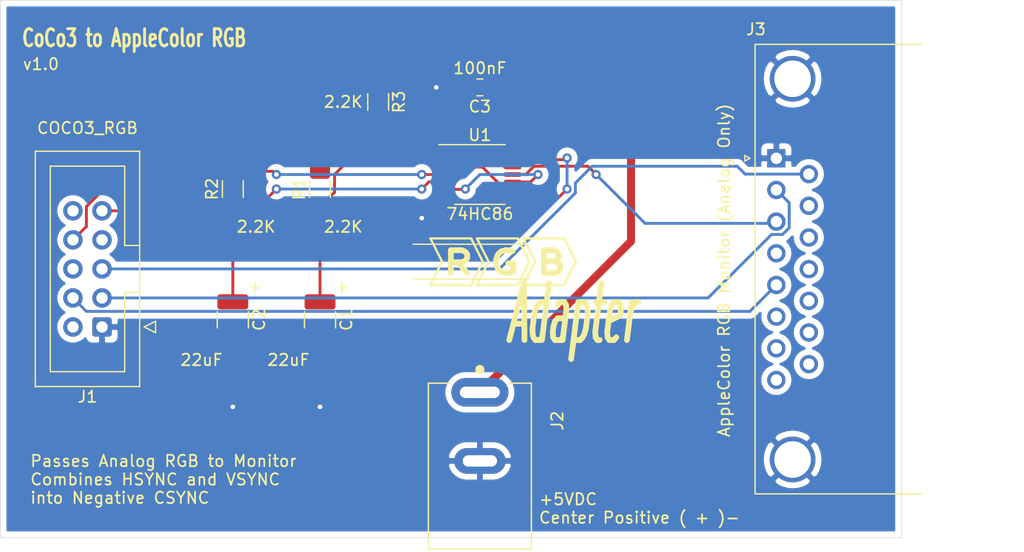
<source format=kicad_pcb>
(kicad_pcb (version 20171130) (host pcbnew "(5.1.10)-1")

  (general
    (thickness 1.6)
    (drawings 36)
    (tracks 107)
    (zones 0)
    (modules 10)
    (nets 29)
  )

  (page A4)
  (layers
    (0 F.Cu signal)
    (31 B.Cu signal)
    (33 F.Adhes user)
    (35 F.Paste user)
    (37 F.SilkS user)
    (38 B.Mask user)
    (39 F.Mask user)
    (40 Dwgs.User user)
    (41 Cmts.User user)
    (42 Eco1.User user)
    (43 Eco2.User user)
    (44 Edge.Cuts user)
    (45 Margin user)
    (46 B.CrtYd user)
    (47 F.CrtYd user)
    (49 F.Fab user)
  )

  (setup
    (last_trace_width 0.25)
    (trace_clearance 0.2)
    (zone_clearance 0.508)
    (zone_45_only no)
    (trace_min 0.2)
    (via_size 0.8)
    (via_drill 0.4)
    (via_min_size 0.4)
    (via_min_drill 0.3)
    (uvia_size 0.3)
    (uvia_drill 0.1)
    (uvias_allowed no)
    (uvia_min_size 0.2)
    (uvia_min_drill 0.1)
    (edge_width 0.05)
    (segment_width 0.2)
    (pcb_text_width 0.3)
    (pcb_text_size 1.5 1.5)
    (mod_edge_width 0.12)
    (mod_text_size 1 1)
    (mod_text_width 0.15)
    (pad_size 1.524 1.524)
    (pad_drill 0.762)
    (pad_to_mask_clearance 0)
    (aux_axis_origin 0 0)
    (visible_elements 7FFFFFFF)
    (pcbplotparams
      (layerselection 0x010e8_ffffffff)
      (usegerberextensions true)
      (usegerberattributes false)
      (usegerberadvancedattributes false)
      (creategerberjobfile false)
      (excludeedgelayer true)
      (linewidth 0.150000)
      (plotframeref false)
      (viasonmask false)
      (mode 1)
      (useauxorigin false)
      (hpglpennumber 1)
      (hpglpenspeed 20)
      (hpglpendiameter 15.000000)
      (psnegative false)
      (psa4output false)
      (plotreference true)
      (plotvalue true)
      (plotinvisibletext false)
      (padsonsilk false)
      (subtractmaskfromsilk false)
      (outputformat 1)
      (mirror false)
      (drillshape 0)
      (scaleselection 1)
      (outputdirectory "Outputs/"))
  )

  (net 0 "")
  (net 1 GND)
  (net 2 "Net-(C1-Pad1)")
  (net 3 "Net-(C2-Pad1)")
  (net 4 +5V)
  (net 5 HSYNC)
  (net 6 G)
  (net 7 VSYNC)
  (net 8 B)
  (net 9 R)
  (net 10 CSYNC)
  (net 11 "Net-(U1-Pad13)")
  (net 12 "Net-(R3-Pad2)")
  (net 13 "Net-(U1-Pad10)")
  (net 14 "Net-(U1-Pad3)")
  (net 15 "Net-(J1-Pad10)")
  (net 16 "Net-(J1-Pad6)")
  (net 17 "Net-(J1-Pad2)")
  (net 18 "Net-(J1-Pad7)")
  (net 19 "Net-(J3-Pad15)")
  (net 20 "Net-(J3-Pad14)")
  (net 21 "Net-(J3-Pad13)")
  (net 22 "Net-(J3-Pad12)")
  (net 23 "Net-(J3-Pad11)")
  (net 24 "Net-(J3-Pad10)")
  (net 25 "Net-(J3-Pad8)")
  (net 26 "Net-(J3-Pad7)")
  (net 27 "Net-(J3-Pad6)")
  (net 28 "Net-(J3-Pad4)")

  (net_class Default "This is the default net class."
    (clearance 0.2)
    (trace_width 0.25)
    (via_dia 0.8)
    (via_drill 0.4)
    (uvia_dia 0.3)
    (uvia_drill 0.1)
    (add_net B)
    (add_net CSYNC)
    (add_net G)
    (add_net HSYNC)
    (add_net "Net-(C1-Pad1)")
    (add_net "Net-(C2-Pad1)")
    (add_net "Net-(J1-Pad10)")
    (add_net "Net-(J1-Pad2)")
    (add_net "Net-(J1-Pad6)")
    (add_net "Net-(J1-Pad7)")
    (add_net "Net-(J3-Pad10)")
    (add_net "Net-(J3-Pad11)")
    (add_net "Net-(J3-Pad12)")
    (add_net "Net-(J3-Pad13)")
    (add_net "Net-(J3-Pad14)")
    (add_net "Net-(J3-Pad15)")
    (add_net "Net-(J3-Pad4)")
    (add_net "Net-(J3-Pad6)")
    (add_net "Net-(J3-Pad7)")
    (add_net "Net-(J3-Pad8)")
    (add_net "Net-(R3-Pad2)")
    (add_net "Net-(U1-Pad10)")
    (add_net "Net-(U1-Pad13)")
    (add_net "Net-(U1-Pad3)")
    (add_net R)
    (add_net VSYNC)
  )

  (net_class Power ""
    (clearance 0.2)
    (trace_width 0.7)
    (via_dia 0.8)
    (via_drill 0.4)
    (uvia_dia 0.3)
    (uvia_drill 0.1)
    (add_net +5V)
    (add_net GND)
  )

  (module Footprints:CUI_PJ-037A (layer F.Cu) (tedit 61279C86) (tstamp 61280F95)
    (at 87.63 113.03 270)
    (path /6127E805)
    (fp_text reference J2 (at 2.487267 -6.7712 90) (layer F.SilkS)
      (effects (font (size 1.000913 1.000913) (thickness 0.15)))
    )
    (fp_text value PJ-037A (at 6.302586 5.781935 90) (layer F.Fab)
      (effects (font (size 1.001205 1.001205) (thickness 0.15)))
    )
    (fp_line (start -0.8 -4.5) (end 13.7 -4.5) (layer F.Fab) (width 0.127))
    (fp_line (start 13.7 4.5) (end -0.8 4.5) (layer F.Fab) (width 0.127))
    (fp_line (start -0.8 4.5) (end -0.8 -4.5) (layer F.Fab) (width 0.127))
    (fp_line (start 13.7 -4.5) (end 13.7 4.5) (layer F.SilkS) (width 0.127))
    (fp_line (start 13.7 4.5) (end -0.8 4.5) (layer F.SilkS) (width 0.127))
    (fp_line (start -0.8 4.5) (end -0.8 2.65) (layer F.SilkS) (width 0.127))
    (fp_line (start -0.8 -4.5) (end 13.7 -4.5) (layer F.SilkS) (width 0.127))
    (fp_line (start -0.8 -2.55) (end -0.8 -4.5) (layer F.SilkS) (width 0.127))
    (fp_line (start -1.1 -4.75) (end 13.95 -4.75) (layer F.CrtYd) (width 0.05))
    (fp_line (start 13.95 -4.75) (end 13.95 4.75) (layer F.CrtYd) (width 0.05))
    (fp_line (start 13.95 4.75) (end -1.1 4.75) (layer F.CrtYd) (width 0.05))
    (fp_line (start -1.1 4.75) (end -1.1 2.35) (layer F.CrtYd) (width 0.05))
    (fp_circle (center -2 0) (end -1.8 0) (layer F.SilkS) (width 0.4))
    (fp_line (start -1.1 -2.25) (end -1.1 -4.75) (layer F.CrtYd) (width 0.05))
    (fp_line (start -1.1 -2.25) (end -1.55 -2.25) (layer F.CrtYd) (width 0.05))
    (fp_line (start -1.55 -2.25) (end -1.55 2.35) (layer F.CrtYd) (width 0.05))
    (fp_line (start -1.55 2.35) (end -1.1 2.35) (layer F.CrtYd) (width 0.05))
    (fp_line (start 13.7 -4.5) (end 13.7 4.5) (layer F.Fab) (width 0.127))
    (pad 2 thru_hole oval (at 6 0 270) (size 2.25 4.5) (drill oval 1 3) (layers *.Cu *.Mask)
      (net 1 GND))
    (pad 1 thru_hole oval (at 0 0 270) (size 2.5 5) (drill oval 1 3.5) (layers *.Cu *.Mask)
      (net 4 +5V))
  )

  (module Capacitor_SMD:C_1210_3225Metric_Pad1.33x2.70mm_HandSolder (layer F.Cu) (tedit 5F68FEEF) (tstamp 612702DB)
    (at 66.04 106.68 270)
    (descr "Capacitor SMD 1210 (3225 Metric), square (rectangular) end terminal, IPC_7351 nominal with elongated pad for handsoldering. (Body size source: IPC-SM-782 page 76, https://www.pcb-3d.com/wordpress/wp-content/uploads/ipc-sm-782a_amendment_1_and_2.pdf), generated with kicad-footprint-generator")
    (tags "capacitor handsolder")
    (path /61278188)
    (attr smd)
    (fp_text reference C2 (at 0 -2.3 90) (layer F.SilkS)
      (effects (font (size 1 1) (thickness 0.15)))
    )
    (fp_text value 22uF (at 3.52 2.74 180) (layer F.SilkS)
      (effects (font (size 1 1) (thickness 0.15)))
    )
    (fp_text user %R (at 0 0 90) (layer F.Fab)
      (effects (font (size 0.8 0.8) (thickness 0.12)))
    )
    (fp_line (start -1.6 1.25) (end -1.6 -1.25) (layer F.Fab) (width 0.1))
    (fp_line (start -1.6 -1.25) (end 1.6 -1.25) (layer F.Fab) (width 0.1))
    (fp_line (start 1.6 -1.25) (end 1.6 1.25) (layer F.Fab) (width 0.1))
    (fp_line (start 1.6 1.25) (end -1.6 1.25) (layer F.Fab) (width 0.1))
    (fp_line (start -0.711252 -1.36) (end 0.711252 -1.36) (layer F.SilkS) (width 0.12))
    (fp_line (start -0.711252 1.36) (end 0.711252 1.36) (layer F.SilkS) (width 0.12))
    (fp_line (start -2.48 1.6) (end -2.48 -1.6) (layer F.CrtYd) (width 0.05))
    (fp_line (start -2.48 -1.6) (end 2.48 -1.6) (layer F.CrtYd) (width 0.05))
    (fp_line (start 2.48 -1.6) (end 2.48 1.6) (layer F.CrtYd) (width 0.05))
    (fp_line (start 2.48 1.6) (end -2.48 1.6) (layer F.CrtYd) (width 0.05))
    (pad 2 smd roundrect (at 1.5625 0 270) (size 1.325 2.7) (layers F.Cu F.Paste F.Mask) (roundrect_rratio 0.1886784905660377)
      (net 1 GND))
    (pad 1 smd roundrect (at -1.5625 0 270) (size 1.325 2.7) (layers F.Cu F.Paste F.Mask) (roundrect_rratio 0.1886784905660377)
      (net 3 "Net-(C2-Pad1)"))
    (model ${KISYS3DMOD}/Capacitor_SMD.3dshapes/C_1210_3225Metric.wrl
      (at (xyz 0 0 0))
      (scale (xyz 1 1 1))
      (rotate (xyz 0 0 0))
    )
  )

  (module Capacitor_SMD:C_1210_3225Metric_Pad1.33x2.70mm_HandSolder (layer F.Cu) (tedit 5F68FEEF) (tstamp 612702C8)
    (at 73.66 106.68 270)
    (descr "Capacitor SMD 1210 (3225 Metric), square (rectangular) end terminal, IPC_7351 nominal with elongated pad for handsoldering. (Body size source: IPC-SM-782 page 76, https://www.pcb-3d.com/wordpress/wp-content/uploads/ipc-sm-782a_amendment_1_and_2.pdf), generated with kicad-footprint-generator")
    (tags "capacitor handsolder")
    (path /612778AB)
    (attr smd)
    (fp_text reference C1 (at 0 -2.3 90) (layer F.SilkS)
      (effects (font (size 1 1) (thickness 0.15)))
    )
    (fp_text value 22uF (at 3.52 2.76 180) (layer F.SilkS)
      (effects (font (size 1 1) (thickness 0.15)))
    )
    (fp_text user %R (at 0 0 90) (layer F.Fab)
      (effects (font (size 0.8 0.8) (thickness 0.12)))
    )
    (fp_line (start -1.6 1.25) (end -1.6 -1.25) (layer F.Fab) (width 0.1))
    (fp_line (start -1.6 -1.25) (end 1.6 -1.25) (layer F.Fab) (width 0.1))
    (fp_line (start 1.6 -1.25) (end 1.6 1.25) (layer F.Fab) (width 0.1))
    (fp_line (start 1.6 1.25) (end -1.6 1.25) (layer F.Fab) (width 0.1))
    (fp_line (start -0.711252 -1.36) (end 0.711252 -1.36) (layer F.SilkS) (width 0.12))
    (fp_line (start -0.711252 1.36) (end 0.711252 1.36) (layer F.SilkS) (width 0.12))
    (fp_line (start -2.48 1.6) (end -2.48 -1.6) (layer F.CrtYd) (width 0.05))
    (fp_line (start -2.48 -1.6) (end 2.48 -1.6) (layer F.CrtYd) (width 0.05))
    (fp_line (start 2.48 -1.6) (end 2.48 1.6) (layer F.CrtYd) (width 0.05))
    (fp_line (start 2.48 1.6) (end -2.48 1.6) (layer F.CrtYd) (width 0.05))
    (pad 2 smd roundrect (at 1.5625 0 270) (size 1.325 2.7) (layers F.Cu F.Paste F.Mask) (roundrect_rratio 0.1886784905660377)
      (net 1 GND))
    (pad 1 smd roundrect (at -1.5625 0 270) (size 1.325 2.7) (layers F.Cu F.Paste F.Mask) (roundrect_rratio 0.1886784905660377)
      (net 2 "Net-(C1-Pad1)"))
    (model ${KISYS3DMOD}/Capacitor_SMD.3dshapes/C_1210_3225Metric.wrl
      (at (xyz 0 0 0))
      (scale (xyz 1 1 1))
      (rotate (xyz 0 0 0))
    )
  )

  (module Resistor_SMD:R_1206_3216Metric_Pad1.30x1.75mm_HandSolder (layer F.Cu) (tedit 5F68FEEE) (tstamp 6127294B)
    (at 78.74 87.63 270)
    (descr "Resistor SMD 1206 (3216 Metric), square (rectangular) end terminal, IPC_7351 nominal with elongated pad for handsoldering. (Body size source: IPC-SM-782 page 72, https://www.pcb-3d.com/wordpress/wp-content/uploads/ipc-sm-782a_amendment_1_and_2.pdf), generated with kicad-footprint-generator")
    (tags "resistor handsolder")
    (path /6128553A)
    (attr smd)
    (fp_text reference R3 (at 0 -1.82 90) (layer F.SilkS)
      (effects (font (size 1 1) (thickness 0.15)))
    )
    (fp_text value 2.2K (at 0 3.048 180) (layer F.SilkS)
      (effects (font (size 1 1) (thickness 0.15)))
    )
    (fp_line (start 2.45 1.12) (end -2.45 1.12) (layer F.CrtYd) (width 0.05))
    (fp_line (start 2.45 -1.12) (end 2.45 1.12) (layer F.CrtYd) (width 0.05))
    (fp_line (start -2.45 -1.12) (end 2.45 -1.12) (layer F.CrtYd) (width 0.05))
    (fp_line (start -2.45 1.12) (end -2.45 -1.12) (layer F.CrtYd) (width 0.05))
    (fp_line (start -0.727064 0.91) (end 0.727064 0.91) (layer F.SilkS) (width 0.12))
    (fp_line (start -0.727064 -0.91) (end 0.727064 -0.91) (layer F.SilkS) (width 0.12))
    (fp_line (start 1.6 0.8) (end -1.6 0.8) (layer F.Fab) (width 0.1))
    (fp_line (start 1.6 -0.8) (end 1.6 0.8) (layer F.Fab) (width 0.1))
    (fp_line (start -1.6 -0.8) (end 1.6 -0.8) (layer F.Fab) (width 0.1))
    (fp_line (start -1.6 0.8) (end -1.6 -0.8) (layer F.Fab) (width 0.1))
    (fp_text user %R (at 0 0 90) (layer F.Fab)
      (effects (font (size 0.8 0.8) (thickness 0.12)))
    )
    (pad 2 smd roundrect (at 1.55 0 270) (size 1.3 1.75) (layers F.Cu F.Paste F.Mask) (roundrect_rratio 0.1923076923076923)
      (net 12 "Net-(R3-Pad2)"))
    (pad 1 smd roundrect (at -1.55 0 270) (size 1.3 1.75) (layers F.Cu F.Paste F.Mask) (roundrect_rratio 0.1923076923076923)
      (net 4 +5V))
    (model ${KISYS3DMOD}/Resistor_SMD.3dshapes/R_1206_3216Metric.wrl
      (at (xyz 0 0 0))
      (scale (xyz 1 1 1))
      (rotate (xyz 0 0 0))
    )
  )

  (module Package_SO:TSSOP-14_4.4x5mm_P0.65mm (layer F.Cu) (tedit 5E476F32) (tstamp 61271135)
    (at 87.63 93.98)
    (descr "TSSOP, 14 Pin (JEDEC MO-153 Var AB-1 https://www.jedec.org/document_search?search_api_views_fulltext=MO-153), generated with kicad-footprint-generator ipc_gullwing_generator.py")
    (tags "TSSOP SO")
    (path /61267ED6)
    (attr smd)
    (fp_text reference U1 (at 0 -3.45) (layer F.SilkS)
      (effects (font (size 1 1) (thickness 0.15)))
    )
    (fp_text value 74HC86 (at 0 3.45) (layer F.SilkS)
      (effects (font (size 1 1) (thickness 0.15)))
    )
    (fp_line (start 3.85 -2.75) (end -3.85 -2.75) (layer F.CrtYd) (width 0.05))
    (fp_line (start 3.85 2.75) (end 3.85 -2.75) (layer F.CrtYd) (width 0.05))
    (fp_line (start -3.85 2.75) (end 3.85 2.75) (layer F.CrtYd) (width 0.05))
    (fp_line (start -3.85 -2.75) (end -3.85 2.75) (layer F.CrtYd) (width 0.05))
    (fp_line (start -2.2 -1.5) (end -1.2 -2.5) (layer F.Fab) (width 0.1))
    (fp_line (start -2.2 2.5) (end -2.2 -1.5) (layer F.Fab) (width 0.1))
    (fp_line (start 2.2 2.5) (end -2.2 2.5) (layer F.Fab) (width 0.1))
    (fp_line (start 2.2 -2.5) (end 2.2 2.5) (layer F.Fab) (width 0.1))
    (fp_line (start -1.2 -2.5) (end 2.2 -2.5) (layer F.Fab) (width 0.1))
    (fp_line (start 0 -2.61) (end -3.6 -2.61) (layer F.SilkS) (width 0.12))
    (fp_line (start 0 -2.61) (end 2.2 -2.61) (layer F.SilkS) (width 0.12))
    (fp_line (start 0 2.61) (end -2.2 2.61) (layer F.SilkS) (width 0.12))
    (fp_line (start 0 2.61) (end 2.2 2.61) (layer F.SilkS) (width 0.12))
    (fp_text user %R (at -0.005001 -0.235001) (layer F.Fab)
      (effects (font (size 1 1) (thickness 0.15)))
    )
    (pad 14 smd roundrect (at 2.8625 -1.95) (size 1.475 0.4) (layers F.Cu F.Paste F.Mask) (roundrect_rratio 0.25)
      (net 4 +5V))
    (pad 13 smd roundrect (at 2.8625 -1.3) (size 1.475 0.4) (layers F.Cu F.Paste F.Mask) (roundrect_rratio 0.25)
      (net 11 "Net-(U1-Pad13)"))
    (pad 12 smd roundrect (at 2.8625 -0.65) (size 1.475 0.4) (layers F.Cu F.Paste F.Mask) (roundrect_rratio 0.25)
      (net 12 "Net-(R3-Pad2)"))
    (pad 11 smd roundrect (at 2.8625 0) (size 1.475 0.4) (layers F.Cu F.Paste F.Mask) (roundrect_rratio 0.25)
      (net 10 CSYNC))
    (pad 10 smd roundrect (at 2.8625 0.65) (size 1.475 0.4) (layers F.Cu F.Paste F.Mask) (roundrect_rratio 0.25)
      (net 13 "Net-(U1-Pad10)"))
    (pad 9 smd roundrect (at 2.8625 1.3) (size 1.475 0.4) (layers F.Cu F.Paste F.Mask) (roundrect_rratio 0.25)
      (net 14 "Net-(U1-Pad3)"))
    (pad 8 smd roundrect (at 2.8625 1.95) (size 1.475 0.4) (layers F.Cu F.Paste F.Mask) (roundrect_rratio 0.25)
      (net 11 "Net-(U1-Pad13)"))
    (pad 7 smd roundrect (at -2.8625 1.95) (size 1.475 0.4) (layers F.Cu F.Paste F.Mask) (roundrect_rratio 0.25)
      (net 1 GND))
    (pad 6 smd roundrect (at -2.8625 1.3) (size 1.475 0.4) (layers F.Cu F.Paste F.Mask) (roundrect_rratio 0.25)
      (net 13 "Net-(U1-Pad10)"))
    (pad 5 smd roundrect (at -2.8625 0.65) (size 1.475 0.4) (layers F.Cu F.Paste F.Mask) (roundrect_rratio 0.25)
      (net 3 "Net-(C2-Pad1)"))
    (pad 4 smd roundrect (at -2.8625 0) (size 1.475 0.4) (layers F.Cu F.Paste F.Mask) (roundrect_rratio 0.25)
      (net 7 VSYNC))
    (pad 3 smd roundrect (at -2.8625 -0.65) (size 1.475 0.4) (layers F.Cu F.Paste F.Mask) (roundrect_rratio 0.25)
      (net 14 "Net-(U1-Pad3)"))
    (pad 2 smd roundrect (at -2.8625 -1.3) (size 1.475 0.4) (layers F.Cu F.Paste F.Mask) (roundrect_rratio 0.25)
      (net 2 "Net-(C1-Pad1)"))
    (pad 1 smd roundrect (at -2.8625 -1.95) (size 1.475 0.4) (layers F.Cu F.Paste F.Mask) (roundrect_rratio 0.25)
      (net 5 HSYNC))
    (model ${KISYS3DMOD}/Package_SO.3dshapes/TSSOP-14_4.4x5mm_P0.65mm.wrl
      (at (xyz 0 0 0))
      (scale (xyz 1 1 1))
      (rotate (xyz 0 0 0))
    )
  )

  (module Resistor_SMD:R_1206_3216Metric_Pad1.30x1.75mm_HandSolder (layer F.Cu) (tedit 5F68FEEE) (tstamp 61270394)
    (at 66.04 95.25 90)
    (descr "Resistor SMD 1206 (3216 Metric), square (rectangular) end terminal, IPC_7351 nominal with elongated pad for handsoldering. (Body size source: IPC-SM-782 page 72, https://www.pcb-3d.com/wordpress/wp-content/uploads/ipc-sm-782a_amendment_1_and_2.pdf), generated with kicad-footprint-generator")
    (tags "resistor handsolder")
    (path /612713B4)
    (attr smd)
    (fp_text reference R2 (at 0 -1.82 90) (layer F.SilkS)
      (effects (font (size 1 1) (thickness 0.15)))
    )
    (fp_text value 2.2K (at -3.302 2.032 180) (layer F.SilkS)
      (effects (font (size 1 1) (thickness 0.15)))
    )
    (fp_line (start 2.45 1.12) (end -2.45 1.12) (layer F.CrtYd) (width 0.05))
    (fp_line (start 2.45 -1.12) (end 2.45 1.12) (layer F.CrtYd) (width 0.05))
    (fp_line (start -2.45 -1.12) (end 2.45 -1.12) (layer F.CrtYd) (width 0.05))
    (fp_line (start -2.45 1.12) (end -2.45 -1.12) (layer F.CrtYd) (width 0.05))
    (fp_line (start -0.727064 0.91) (end 0.727064 0.91) (layer F.SilkS) (width 0.12))
    (fp_line (start -0.727064 -0.91) (end 0.727064 -0.91) (layer F.SilkS) (width 0.12))
    (fp_line (start 1.6 0.8) (end -1.6 0.8) (layer F.Fab) (width 0.1))
    (fp_line (start 1.6 -0.8) (end 1.6 0.8) (layer F.Fab) (width 0.1))
    (fp_line (start -1.6 -0.8) (end 1.6 -0.8) (layer F.Fab) (width 0.1))
    (fp_line (start -1.6 0.8) (end -1.6 -0.8) (layer F.Fab) (width 0.1))
    (fp_text user %R (at 0 0 90) (layer F.Fab)
      (effects (font (size 0.8 0.8) (thickness 0.12)))
    )
    (pad 2 smd roundrect (at 1.55 0 90) (size 1.3 1.75) (layers F.Cu F.Paste F.Mask) (roundrect_rratio 0.1923076923076923)
      (net 7 VSYNC))
    (pad 1 smd roundrect (at -1.55 0 90) (size 1.3 1.75) (layers F.Cu F.Paste F.Mask) (roundrect_rratio 0.1923076923076923)
      (net 3 "Net-(C2-Pad1)"))
    (model ${KISYS3DMOD}/Resistor_SMD.3dshapes/R_1206_3216Metric.wrl
      (at (xyz 0 0 0))
      (scale (xyz 1 1 1))
      (rotate (xyz 0 0 0))
    )
  )

  (module Resistor_SMD:R_1206_3216Metric_Pad1.30x1.75mm_HandSolder (layer F.Cu) (tedit 5F68FEEE) (tstamp 61270383)
    (at 73.66 95.25 90)
    (descr "Resistor SMD 1206 (3216 Metric), square (rectangular) end terminal, IPC_7351 nominal with elongated pad for handsoldering. (Body size source: IPC-SM-782 page 72, https://www.pcb-3d.com/wordpress/wp-content/uploads/ipc-sm-782a_amendment_1_and_2.pdf), generated with kicad-footprint-generator")
    (tags "resistor handsolder")
    (path /61270CDF)
    (attr smd)
    (fp_text reference R1 (at 0 -1.82 90) (layer F.SilkS)
      (effects (font (size 1 1) (thickness 0.15)))
    )
    (fp_text value 2.2K (at -3.302 2.032 180) (layer F.SilkS)
      (effects (font (size 1 1) (thickness 0.15)))
    )
    (fp_line (start 2.45 1.12) (end -2.45 1.12) (layer F.CrtYd) (width 0.05))
    (fp_line (start 2.45 -1.12) (end 2.45 1.12) (layer F.CrtYd) (width 0.05))
    (fp_line (start -2.45 -1.12) (end 2.45 -1.12) (layer F.CrtYd) (width 0.05))
    (fp_line (start -2.45 1.12) (end -2.45 -1.12) (layer F.CrtYd) (width 0.05))
    (fp_line (start -0.727064 0.91) (end 0.727064 0.91) (layer F.SilkS) (width 0.12))
    (fp_line (start -0.727064 -0.91) (end 0.727064 -0.91) (layer F.SilkS) (width 0.12))
    (fp_line (start 1.6 0.8) (end -1.6 0.8) (layer F.Fab) (width 0.1))
    (fp_line (start 1.6 -0.8) (end 1.6 0.8) (layer F.Fab) (width 0.1))
    (fp_line (start -1.6 -0.8) (end 1.6 -0.8) (layer F.Fab) (width 0.1))
    (fp_line (start -1.6 0.8) (end -1.6 -0.8) (layer F.Fab) (width 0.1))
    (fp_text user %R (at 0 0 90) (layer F.Fab)
      (effects (font (size 0.8 0.8) (thickness 0.12)))
    )
    (pad 2 smd roundrect (at 1.55 0 90) (size 1.3 1.75) (layers F.Cu F.Paste F.Mask) (roundrect_rratio 0.1923076923076923)
      (net 5 HSYNC))
    (pad 1 smd roundrect (at -1.55 0 90) (size 1.3 1.75) (layers F.Cu F.Paste F.Mask) (roundrect_rratio 0.1923076923076923)
      (net 2 "Net-(C1-Pad1)"))
    (model ${KISYS3DMOD}/Resistor_SMD.3dshapes/R_1206_3216Metric.wrl
      (at (xyz 0 0 0))
      (scale (xyz 1 1 1))
      (rotate (xyz 0 0 0))
    )
  )

  (module Connector_Dsub:DSUB-15_Female_Horizontal_P2.77x2.84mm_EdgePinOffset9.90mm_Housed_MountingHolesOffset11.32mm (layer F.Cu) (tedit 59FEDEE2) (tstamp 6127922A)
    (at 113.538 92.56 90)
    (descr "15-pin D-Sub connector, horizontal/angled (90 deg), THT-mount, female, pitch 2.77x2.84mm, pin-PCB-offset 9.9mm, distance of mounting holes 33.3mm, distance of mounting holes to PCB edge 11.32mm, see https://disti-assets.s3.amazonaws.com/tonar/files/datasheets/16730.pdf")
    (tags "15-pin D-Sub connector horizontal angled 90deg THT female pitch 2.77x2.84mm pin-PCB-offset 9.9mm mounting-holes-distance 33.3mm mounting-hole-offset 33.3mm")
    (path /612722BC)
    (fp_text reference J3 (at 11.28 -1.778 180) (layer F.SilkS)
      (effects (font (size 1 1) (thickness 0.15)))
    )
    (fp_text value DB15_Female_MountingHoles (at -9.695 20.81 90) (layer F.Fab)
      (effects (font (size 1 1) (thickness 0.15)))
    )
    (fp_line (start 10.45 -2.35) (end -29.8 -2.35) (layer F.CrtYd) (width 0.05))
    (fp_line (start 10.45 19.85) (end 10.45 -2.35) (layer F.CrtYd) (width 0.05))
    (fp_line (start -29.8 19.85) (end 10.45 19.85) (layer F.CrtYd) (width 0.05))
    (fp_line (start -29.8 -2.35) (end -29.8 19.85) (layer F.CrtYd) (width 0.05))
    (fp_line (start 0 -2.321325) (end -0.25 -2.754338) (layer F.SilkS) (width 0.12))
    (fp_line (start 0.25 -2.754338) (end 0 -2.321325) (layer F.SilkS) (width 0.12))
    (fp_line (start -0.25 -2.754338) (end 0.25 -2.754338) (layer F.SilkS) (width 0.12))
    (fp_line (start 9.965 -1.86) (end 9.965 12.68) (layer F.SilkS) (width 0.12))
    (fp_line (start -29.355 -1.86) (end 9.965 -1.86) (layer F.SilkS) (width 0.12))
    (fp_line (start -29.355 12.68) (end -29.355 -1.86) (layer F.SilkS) (width 0.12))
    (fp_line (start 8.555 12.74) (end 8.555 1.42) (layer F.Fab) (width 0.1))
    (fp_line (start 5.355 12.74) (end 5.355 1.42) (layer F.Fab) (width 0.1))
    (fp_line (start -24.745 12.74) (end -24.745 1.42) (layer F.Fab) (width 0.1))
    (fp_line (start -27.945 12.74) (end -27.945 1.42) (layer F.Fab) (width 0.1))
    (fp_line (start 9.455 13.14) (end 4.455 13.14) (layer F.Fab) (width 0.1))
    (fp_line (start 9.455 18.14) (end 9.455 13.14) (layer F.Fab) (width 0.1))
    (fp_line (start 4.455 18.14) (end 9.455 18.14) (layer F.Fab) (width 0.1))
    (fp_line (start 4.455 13.14) (end 4.455 18.14) (layer F.Fab) (width 0.1))
    (fp_line (start -23.845 13.14) (end -28.845 13.14) (layer F.Fab) (width 0.1))
    (fp_line (start -23.845 18.14) (end -23.845 13.14) (layer F.Fab) (width 0.1))
    (fp_line (start -28.845 18.14) (end -23.845 18.14) (layer F.Fab) (width 0.1))
    (fp_line (start -28.845 13.14) (end -28.845 18.14) (layer F.Fab) (width 0.1))
    (fp_line (start 2.605 13.14) (end -21.995 13.14) (layer F.Fab) (width 0.1))
    (fp_line (start 2.605 19.31) (end 2.605 13.14) (layer F.Fab) (width 0.1))
    (fp_line (start -21.995 19.31) (end 2.605 19.31) (layer F.Fab) (width 0.1))
    (fp_line (start -21.995 13.14) (end -21.995 19.31) (layer F.Fab) (width 0.1))
    (fp_line (start 9.905 12.74) (end -29.295 12.74) (layer F.Fab) (width 0.1))
    (fp_line (start 9.905 13.14) (end 9.905 12.74) (layer F.Fab) (width 0.1))
    (fp_line (start -29.295 13.14) (end 9.905 13.14) (layer F.Fab) (width 0.1))
    (fp_line (start -29.295 12.74) (end -29.295 13.14) (layer F.Fab) (width 0.1))
    (fp_line (start 9.905 -1.8) (end -29.295 -1.8) (layer F.Fab) (width 0.1))
    (fp_line (start 9.905 12.74) (end 9.905 -1.8) (layer F.Fab) (width 0.1))
    (fp_line (start -29.295 12.74) (end 9.905 12.74) (layer F.Fab) (width 0.1))
    (fp_line (start -29.295 -1.8) (end -29.295 12.74) (layer F.Fab) (width 0.1))
    (fp_text user %R (at -9.695 16.225 90) (layer F.Fab)
      (effects (font (size 1 1) (thickness 0.15)))
    )
    (fp_arc (start 6.955 1.42) (end 5.355 1.42) (angle 180) (layer F.Fab) (width 0.1))
    (fp_arc (start -26.345 1.42) (end -27.945 1.42) (angle 180) (layer F.Fab) (width 0.1))
    (pad 0 thru_hole circle (at 6.955 1.42 90) (size 4 4) (drill 3.2) (layers *.Cu *.Mask)
      (net 1 GND))
    (pad 0 thru_hole circle (at -26.345 1.42 90) (size 4 4) (drill 3.2) (layers *.Cu *.Mask)
      (net 1 GND))
    (pad 15 thru_hole circle (at -18.005 2.84 90) (size 1.6 1.6) (drill 1) (layers *.Cu *.Mask)
      (net 19 "Net-(J3-Pad15)"))
    (pad 14 thru_hole circle (at -15.235 2.84 90) (size 1.6 1.6) (drill 1) (layers *.Cu *.Mask)
      (net 20 "Net-(J3-Pad14)"))
    (pad 13 thru_hole circle (at -12.465 2.84 90) (size 1.6 1.6) (drill 1) (layers *.Cu *.Mask)
      (net 21 "Net-(J3-Pad13)"))
    (pad 12 thru_hole circle (at -9.695 2.84 90) (size 1.6 1.6) (drill 1) (layers *.Cu *.Mask)
      (net 22 "Net-(J3-Pad12)"))
    (pad 11 thru_hole circle (at -6.925 2.84 90) (size 1.6 1.6) (drill 1) (layers *.Cu *.Mask)
      (net 23 "Net-(J3-Pad11)"))
    (pad 10 thru_hole circle (at -4.155 2.84 90) (size 1.6 1.6) (drill 1) (layers *.Cu *.Mask)
      (net 24 "Net-(J3-Pad10)"))
    (pad 9 thru_hole circle (at -1.385 2.84 90) (size 1.6 1.6) (drill 1) (layers *.Cu *.Mask)
      (net 8 B))
    (pad 8 thru_hole circle (at -19.39 0 90) (size 1.6 1.6) (drill 1) (layers *.Cu *.Mask)
      (net 25 "Net-(J3-Pad8)"))
    (pad 7 thru_hole circle (at -16.62 0 90) (size 1.6 1.6) (drill 1) (layers *.Cu *.Mask)
      (net 26 "Net-(J3-Pad7)"))
    (pad 6 thru_hole circle (at -13.85 0 90) (size 1.6 1.6) (drill 1) (layers *.Cu *.Mask)
      (net 27 "Net-(J3-Pad6)"))
    (pad 5 thru_hole circle (at -11.08 0 90) (size 1.6 1.6) (drill 1) (layers *.Cu *.Mask)
      (net 6 G))
    (pad 4 thru_hole circle (at -8.31 0 90) (size 1.6 1.6) (drill 1) (layers *.Cu *.Mask)
      (net 28 "Net-(J3-Pad4)"))
    (pad 3 thru_hole circle (at -5.54 0 90) (size 1.6 1.6) (drill 1) (layers *.Cu *.Mask)
      (net 10 CSYNC))
    (pad 2 thru_hole circle (at -2.77 0 90) (size 1.6 1.6) (drill 1) (layers *.Cu *.Mask)
      (net 9 R))
    (pad 1 thru_hole rect (at 0 0 90) (size 1.6 1.6) (drill 1) (layers *.Cu *.Mask)
      (net 1 GND))
    (model ${KISYS3DMOD}/Connector_Dsub.3dshapes/DSUB-15_Female_Horizontal_P2.77x2.84mm_EdgePinOffset9.90mm_Housed_MountingHolesOffset11.32mm.wrl
      (at (xyz 0 0 0))
      (scale (xyz 1 1 1))
      (rotate (xyz 0 0 0))
    )
  )

  (module Connector_IDC:IDC-Header_2x05_P2.54mm_Vertical (layer F.Cu) (tedit 5EAC9A07) (tstamp 6127031B)
    (at 54.61 107.315 180)
    (descr "Through hole IDC box header, 2x05, 2.54mm pitch, DIN 41651 / IEC 60603-13, double rows, https://docs.google.com/spreadsheets/d/16SsEcesNF15N3Lb4niX7dcUr-NY5_MFPQhobNuNppn4/edit#gid=0")
    (tags "Through hole vertical IDC box header THT 2x05 2.54mm double row")
    (path /6127440F)
    (fp_text reference J1 (at 1.27 -6.1) (layer F.SilkS)
      (effects (font (size 1 1) (thickness 0.15)))
    )
    (fp_text value COCO3_RGB (at 1.27 17.399) (layer F.SilkS)
      (effects (font (size 1 1) (thickness 0.15)))
    )
    (fp_line (start 6.22 -5.6) (end -3.68 -5.6) (layer F.CrtYd) (width 0.05))
    (fp_line (start 6.22 15.76) (end 6.22 -5.6) (layer F.CrtYd) (width 0.05))
    (fp_line (start -3.68 15.76) (end 6.22 15.76) (layer F.CrtYd) (width 0.05))
    (fp_line (start -3.68 -5.6) (end -3.68 15.76) (layer F.CrtYd) (width 0.05))
    (fp_line (start -4.68 0.5) (end -3.68 0) (layer F.SilkS) (width 0.12))
    (fp_line (start -4.68 -0.5) (end -4.68 0.5) (layer F.SilkS) (width 0.12))
    (fp_line (start -3.68 0) (end -4.68 -0.5) (layer F.SilkS) (width 0.12))
    (fp_line (start -1.98 7.13) (end -3.29 7.13) (layer F.SilkS) (width 0.12))
    (fp_line (start -1.98 7.13) (end -1.98 7.13) (layer F.SilkS) (width 0.12))
    (fp_line (start -1.98 14.07) (end -1.98 7.13) (layer F.SilkS) (width 0.12))
    (fp_line (start 4.52 14.07) (end -1.98 14.07) (layer F.SilkS) (width 0.12))
    (fp_line (start 4.52 -3.91) (end 4.52 14.07) (layer F.SilkS) (width 0.12))
    (fp_line (start -1.98 -3.91) (end 4.52 -3.91) (layer F.SilkS) (width 0.12))
    (fp_line (start -1.98 3.03) (end -1.98 -3.91) (layer F.SilkS) (width 0.12))
    (fp_line (start -3.29 3.03) (end -1.98 3.03) (layer F.SilkS) (width 0.12))
    (fp_line (start -3.29 15.37) (end -3.29 -5.21) (layer F.SilkS) (width 0.12))
    (fp_line (start 5.83 15.37) (end -3.29 15.37) (layer F.SilkS) (width 0.12))
    (fp_line (start 5.83 -5.21) (end 5.83 15.37) (layer F.SilkS) (width 0.12))
    (fp_line (start -3.29 -5.21) (end 5.83 -5.21) (layer F.SilkS) (width 0.12))
    (fp_line (start -1.98 7.13) (end -3.18 7.13) (layer F.Fab) (width 0.1))
    (fp_line (start -1.98 7.13) (end -1.98 7.13) (layer F.Fab) (width 0.1))
    (fp_line (start -1.98 14.07) (end -1.98 7.13) (layer F.Fab) (width 0.1))
    (fp_line (start 4.52 14.07) (end -1.98 14.07) (layer F.Fab) (width 0.1))
    (fp_line (start 4.52 -3.91) (end 4.52 14.07) (layer F.Fab) (width 0.1))
    (fp_line (start -1.98 -3.91) (end 4.52 -3.91) (layer F.Fab) (width 0.1))
    (fp_line (start -1.98 3.03) (end -1.98 -3.91) (layer F.Fab) (width 0.1))
    (fp_line (start -3.18 3.03) (end -1.98 3.03) (layer F.Fab) (width 0.1))
    (fp_line (start -3.18 15.26) (end -3.18 -4.1) (layer F.Fab) (width 0.1))
    (fp_line (start 5.72 15.26) (end -3.18 15.26) (layer F.Fab) (width 0.1))
    (fp_line (start 5.72 -5.1) (end 5.72 15.26) (layer F.Fab) (width 0.1))
    (fp_line (start -2.18 -5.1) (end 5.72 -5.1) (layer F.Fab) (width 0.1))
    (fp_line (start -3.18 -4.1) (end -2.18 -5.1) (layer F.Fab) (width 0.1))
    (fp_text user %R (at 1.27 5.08 90) (layer F.Fab)
      (effects (font (size 1 1) (thickness 0.15)))
    )
    (pad 10 thru_hole circle (at 2.54 10.16 180) (size 1.7 1.7) (drill 1) (layers *.Cu *.Mask)
      (net 15 "Net-(J1-Pad10)"))
    (pad 8 thru_hole circle (at 2.54 7.62 180) (size 1.7 1.7) (drill 1) (layers *.Cu *.Mask)
      (net 5 HSYNC))
    (pad 6 thru_hole circle (at 2.54 5.08 180) (size 1.7 1.7) (drill 1) (layers *.Cu *.Mask)
      (net 16 "Net-(J1-Pad6)"))
    (pad 4 thru_hole circle (at 2.54 2.54 180) (size 1.7 1.7) (drill 1) (layers *.Cu *.Mask)
      (net 6 G))
    (pad 2 thru_hole circle (at 2.54 0 180) (size 1.7 1.7) (drill 1) (layers *.Cu *.Mask)
      (net 17 "Net-(J1-Pad2)"))
    (pad 9 thru_hole circle (at 0 10.16 180) (size 1.7 1.7) (drill 1) (layers *.Cu *.Mask)
      (net 7 VSYNC))
    (pad 7 thru_hole circle (at 0 7.62 180) (size 1.7 1.7) (drill 1) (layers *.Cu *.Mask)
      (net 18 "Net-(J1-Pad7)"))
    (pad 5 thru_hole circle (at 0 5.08 180) (size 1.7 1.7) (drill 1) (layers *.Cu *.Mask)
      (net 8 B))
    (pad 3 thru_hole circle (at 0 2.54 180) (size 1.7 1.7) (drill 1) (layers *.Cu *.Mask)
      (net 9 R))
    (pad 1 thru_hole roundrect (at 0 0 180) (size 1.7 1.7) (drill 1) (layers *.Cu *.Mask) (roundrect_rratio 0.1470588235294118)
      (net 1 GND))
    (model ${KISYS3DMOD}/Connector_IDC.3dshapes/IDC-Header_2x05_P2.54mm_Vertical.wrl
      (at (xyz 0 0 0))
      (scale (xyz 1 1 1))
      (rotate (xyz 0 0 0))
    )
  )

  (module Capacitor_SMD:C_0805_2012Metric_Pad1.18x1.45mm_HandSolder (layer F.Cu) (tedit 5F68FEEF) (tstamp 612702EC)
    (at 87.63 86.36 180)
    (descr "Capacitor SMD 0805 (2012 Metric), square (rectangular) end terminal, IPC_7351 nominal with elongated pad for handsoldering. (Body size source: IPC-SM-782 page 76, https://www.pcb-3d.com/wordpress/wp-content/uploads/ipc-sm-782a_amendment_1_and_2.pdf, https://docs.google.com/spreadsheets/d/1BsfQQcO9C6DZCsRaXUlFlo91Tg2WpOkGARC1WS5S8t0/edit?usp=sharing), generated with kicad-footprint-generator")
    (tags "capacitor handsolder")
    (path /6127F56E)
    (attr smd)
    (fp_text reference C3 (at 0 -1.68) (layer F.SilkS)
      (effects (font (size 1 1) (thickness 0.15)))
    )
    (fp_text value 100nF (at 0 1.68) (layer F.SilkS)
      (effects (font (size 1 1) (thickness 0.15)))
    )
    (fp_line (start 1.88 0.98) (end -1.88 0.98) (layer F.CrtYd) (width 0.05))
    (fp_line (start 1.88 -0.98) (end 1.88 0.98) (layer F.CrtYd) (width 0.05))
    (fp_line (start -1.88 -0.98) (end 1.88 -0.98) (layer F.CrtYd) (width 0.05))
    (fp_line (start -1.88 0.98) (end -1.88 -0.98) (layer F.CrtYd) (width 0.05))
    (fp_line (start -0.261252 0.735) (end 0.261252 0.735) (layer F.SilkS) (width 0.12))
    (fp_line (start -0.261252 -0.735) (end 0.261252 -0.735) (layer F.SilkS) (width 0.12))
    (fp_line (start 1 0.625) (end -1 0.625) (layer F.Fab) (width 0.1))
    (fp_line (start 1 -0.625) (end 1 0.625) (layer F.Fab) (width 0.1))
    (fp_line (start -1 -0.625) (end 1 -0.625) (layer F.Fab) (width 0.1))
    (fp_line (start -1 0.625) (end -1 -0.625) (layer F.Fab) (width 0.1))
    (fp_text user %R (at 0 0) (layer F.Fab)
      (effects (font (size 0.5 0.5) (thickness 0.08)))
    )
    (pad 2 smd roundrect (at 1.0375 0 180) (size 1.175 1.45) (layers F.Cu F.Paste F.Mask) (roundrect_rratio 0.2127659574468085)
      (net 1 GND))
    (pad 1 smd roundrect (at -1.0375 0 180) (size 1.175 1.45) (layers F.Cu F.Paste F.Mask) (roundrect_rratio 0.2127659574468085)
      (net 4 +5V))
    (model ${KISYS3DMOD}/Capacitor_SMD.3dshapes/C_0805_2012Metric.wrl
      (at (xyz 0 0 0))
      (scale (xyz 1 1 1))
      (rotate (xyz 0 0 0))
    )
  )

  (gr_line (start 91.948 103.124) (end 81.788 103.124) (layer F.SilkS) (width 0.12))
  (gr_line (start 91.948 100.076) (end 81.788 100.076) (layer F.SilkS) (width 0.12))
  (gr_text Adapter (at 101.6 106.172) (layer F.SilkS)
    (effects (font (size 5 2) (thickness 0.5) italic) (justify right))
  )
  (gr_text B (at 93.88 101.7) (layer F.SilkS)
    (effects (font (size 2 2.5) (thickness 0.5)))
  )
  (gr_text G (at 89.816 101.7) (layer F.SilkS)
    (effects (font (size 2 2.5) (thickness 0.5)))
  )
  (gr_text R (at 85.752 101.7) (layer F.SilkS) (tstamp 612812E0)
    (effects (font (size 2 2.5) (thickness 0.5)))
  )
  (gr_line (start 94.996 103.632) (end 91.44 103.632) (layer F.SilkS) (width 0.2) (tstamp 612812DB))
  (gr_line (start 96.012 101.6) (end 94.996 103.632) (layer F.SilkS) (width 0.2))
  (gr_line (start 94.996 99.568) (end 96.012 101.6) (layer F.SilkS) (width 0.2))
  (gr_line (start 94.488 99.568) (end 94.996 99.568) (layer F.SilkS) (width 0.2))
  (gr_line (start 91.44 99.568) (end 94.488 99.568) (layer F.SilkS) (width 0.2))
  (gr_line (start 92.456 101.6) (end 91.44 99.568) (layer F.SilkS) (width 0.2))
  (gr_line (start 91.44 103.632) (end 92.456 101.6) (layer F.SilkS) (width 0.2))
  (gr_line (start 90.932 99.568) (end 87.376 99.568) (layer F.SilkS) (width 0.2) (tstamp 612812DA))
  (gr_line (start 91.948 101.6) (end 90.932 99.568) (layer F.SilkS) (width 0.2))
  (gr_line (start 90.932 103.632) (end 91.948 101.6) (layer F.SilkS) (width 0.2))
  (gr_line (start 87.376 103.632) (end 90.932 103.632) (layer F.SilkS) (width 0.2))
  (gr_line (start 88.392 101.6) (end 87.376 103.632) (layer F.SilkS) (width 0.2))
  (gr_line (start 87.376 99.568) (end 88.392 101.6) (layer F.SilkS) (width 0.2))
  (gr_line (start 84.328 101.6) (end 83.312 99.568) (layer F.SilkS) (width 0.2) (tstamp 612812D9))
  (gr_line (start 83.312 103.632) (end 84.328 101.6) (layer F.SilkS) (width 0.2))
  (gr_line (start 86.868 103.632) (end 83.312 103.632) (layer F.SilkS) (width 0.2))
  (gr_line (start 87.884 101.6) (end 86.868 103.632) (layer F.SilkS) (width 0.2))
  (gr_line (start 86.868 99.568) (end 87.884 101.6) (layer F.SilkS) (width 0.2))
  (gr_line (start 83.312 99.568) (end 86.868 99.568) (layer F.SilkS) (width 0.2))
  (gr_text "AppleColor RGB Monitor (Analog Only)" (at 108.966 102.362 90) (layer F.SilkS)
    (effects (font (size 1 1) (thickness 0.15)))
  )
  (gr_text "+5VDC\nCenter Positive ( + )-" (at 92.71 123.19) (layer F.SilkS) (tstamp 61281171)
    (effects (font (size 1 1) (thickness 0.15)) (justify left))
  )
  (gr_text "Passes Analog RGB to Monitor\nCombines HSYNC and VSYNC\ninto Negative CSYNC" (at 48.26 120.65) (layer F.SilkS)
    (effects (font (size 1 1) (thickness 0.15)) (justify left))
  )
  (gr_text + (at 75.6 103.8) (layer F.SilkS)
    (effects (font (size 1 1) (thickness 0.15)))
  )
  (gr_text + (at 68 103.8) (layer F.SilkS)
    (effects (font (size 1 1) (thickness 0.15)))
  )
  (gr_text v1.0 (at 49.276 84.328) (layer F.SilkS)
    (effects (font (size 1 1) (thickness 0.15)))
  )
  (gr_text "CoCo3 to AppleColor RGB" (at 47.498 82.042) (layer F.SilkS) (tstamp 61279A2C)
    (effects (font (size 1.5 1) (thickness 0.25)) (justify left))
  )
  (gr_line (start 124.46 125.73) (end 124.46 78.74) (layer Edge.Cuts) (width 0.05) (tstamp 61271973))
  (gr_line (start 45.72 125.73) (end 124.46 125.73) (layer Edge.Cuts) (width 0.05))
  (gr_line (start 45.72 78.74) (end 45.72 125.73) (layer Edge.Cuts) (width 0.05))
  (gr_line (start 124.46 78.74) (end 45.72 78.74) (layer Edge.Cuts) (width 0.05))

  (via (at 83.82 86.36) (size 0.8) (drill 0.4) (layers F.Cu B.Cu) (net 1))
  (via (at 82.55 97.79) (size 0.8) (drill 0.4) (layers F.Cu B.Cu) (net 1))
  (segment (start 84.41 95.93) (end 82.55 97.79) (width 0.5) (layer F.Cu) (net 1))
  (segment (start 84.7675 95.93) (end 84.41 95.93) (width 0.5) (layer F.Cu) (net 1))
  (via (at 66.04 114.3) (size 0.8) (drill 0.4) (layers F.Cu B.Cu) (net 1))
  (segment (start 66.04 109.5425) (end 66.04 114.3) (width 0.5) (layer F.Cu) (net 1))
  (via (at 73.66 114.3) (size 0.8) (drill 0.4) (layers F.Cu B.Cu) (net 1))
  (segment (start 73.66 109.5425) (end 73.66 114.3) (width 0.5) (layer F.Cu) (net 1))
  (segment (start 86.5925 86.36) (end 83.82 86.36) (width 0.7) (layer F.Cu) (net 1))
  (segment (start 66.04 109.5425) (end 66.04 108.2425) (width 0.7) (layer F.Cu) (net 1))
  (segment (start 66.04 108.2425) (end 66.04 114.3) (width 0.7) (layer F.Cu) (net 1))
  (segment (start 73.66 108.2425) (end 73.66 114.3) (width 0.7) (layer F.Cu) (net 1))
  (segment (start 73.66 96.8) (end 73.66 103.8175) (width 0.25) (layer F.Cu) (net 2))
  (segment (start 73.66 96.8) (end 74.93 95.53) (width 0.25) (layer F.Cu) (net 2))
  (segment (start 74.93 95.53) (end 74.93 93.98) (width 0.25) (layer F.Cu) (net 2))
  (segment (start 76.23 92.68) (end 84.7675 92.68) (width 0.25) (layer F.Cu) (net 2))
  (segment (start 74.93 93.98) (end 76.23 92.68) (width 0.25) (layer F.Cu) (net 2))
  (segment (start 73.66 103.8175) (end 73.66 105.1175) (width 0.25) (layer F.Cu) (net 2))
  (segment (start 66.04 96.8) (end 66.04 103.8175) (width 0.25) (layer F.Cu) (net 3))
  (segment (start 66.04 96.8) (end 68.3 96.8) (width 0.25) (layer F.Cu) (net 3))
  (segment (start 68.3 96.8) (end 69.85 95.25) (width 0.25) (layer F.Cu) (net 3))
  (via (at 69.85 95.25) (size 0.8) (drill 0.4) (layers F.Cu B.Cu) (net 3))
  (via (at 69.85 95.25) (size 0.8) (drill 0.4) (layers F.Cu B.Cu) (net 3))
  (segment (start 69.85 95.25) (end 82.55 95.25) (width 0.25) (layer B.Cu) (net 3))
  (via (at 82.55 95.25) (size 0.8) (drill 0.4) (layers F.Cu B.Cu) (net 3))
  (segment (start 83.17 94.63) (end 84.7675 94.63) (width 0.25) (layer F.Cu) (net 3))
  (segment (start 82.55 95.25) (end 83.17 94.63) (width 0.25) (layer F.Cu) (net 3))
  (segment (start 66.04 103.8175) (end 66.04 105.1175) (width 0.25) (layer F.Cu) (net 3))
  (segment (start 88.6675 90.10499) (end 90.4925 91.92999) (width 0.7) (layer F.Cu) (net 4))
  (segment (start 88.6675 86.36) (end 88.6675 90.10499) (width 0.7) (layer F.Cu) (net 4))
  (segment (start 99.06 86.36) (end 88.6675 86.36) (width 0.7) (layer F.Cu) (net 4))
  (segment (start 78.74 86.08) (end 78.74 84.328) (width 0.7) (layer F.Cu) (net 4))
  (segment (start 78.74 84.328) (end 81.026 82.042) (width 0.7) (layer F.Cu) (net 4))
  (segment (start 94.742 82.042) (end 99.06 86.36) (width 0.7) (layer F.Cu) (net 4))
  (segment (start 81.026 82.042) (end 94.742 82.042) (width 0.7) (layer F.Cu) (net 4))
  (segment (start 100.838 99.822) (end 87.63 113.03) (width 0.7) (layer F.Cu) (net 4))
  (segment (start 100.838 88.138) (end 100.838 99.822) (width 0.7) (layer F.Cu) (net 4))
  (segment (start 99.06 86.36) (end 100.838 88.138) (width 0.7) (layer F.Cu) (net 4))
  (segment (start 59.69 92.71) (end 62.23 90.17) (width 0.25) (layer F.Cu) (net 5))
  (segment (start 70.13 90.17) (end 73.66 93.7) (width 0.25) (layer F.Cu) (net 5))
  (segment (start 62.23 90.17) (end 70.13 90.17) (width 0.25) (layer F.Cu) (net 5))
  (segment (start 73.66 93.7) (end 73.66 92.71) (width 0.25) (layer F.Cu) (net 5))
  (segment (start 74.34 92.03) (end 84.7675 92.03) (width 0.25) (layer F.Cu) (net 5))
  (segment (start 73.66 92.71) (end 74.34 92.03) (width 0.25) (layer F.Cu) (net 5))
  (segment (start 53.245001 96.780997) (end 57.315998 92.71) (width 0.25) (layer F.Cu) (net 5))
  (segment (start 53.245001 98.519999) (end 53.245001 96.780997) (width 0.25) (layer F.Cu) (net 5))
  (segment (start 57.315998 92.71) (end 59.69 92.71) (width 0.25) (layer F.Cu) (net 5))
  (segment (start 52.07 99.695) (end 53.245001 98.519999) (width 0.25) (layer F.Cu) (net 5))
  (segment (start 111.227999 105.950001) (end 113.538 103.64) (width 0.25) (layer B.Cu) (net 6))
  (segment (start 53.245001 105.950001) (end 111.227999 105.950001) (width 0.25) (layer B.Cu) (net 6))
  (segment (start 52.07 104.775) (end 53.245001 105.950001) (width 0.25) (layer B.Cu) (net 6))
  (segment (start 61.24 93.7) (end 66.04 93.7) (width 0.25) (layer F.Cu) (net 7))
  (segment (start 66.04 93.7) (end 69.57 93.7) (width 0.25) (layer F.Cu) (net 7))
  (via (at 69.85 93.98) (size 0.8) (drill 0.4) (layers F.Cu B.Cu) (net 7))
  (segment (start 69.57 93.7) (end 69.85 93.98) (width 0.25) (layer F.Cu) (net 7))
  (segment (start 69.85 93.98) (end 82.55 93.98) (width 0.25) (layer B.Cu) (net 7))
  (via (at 82.55 93.98) (size 0.8) (drill 0.4) (layers F.Cu B.Cu) (net 7))
  (via (at 82.55 93.98) (size 0.8) (drill 0.4) (layers F.Cu B.Cu) (net 7))
  (segment (start 82.55 93.98) (end 84.7675 93.98) (width 0.25) (layer F.Cu) (net 7))
  (segment (start 57.785 97.155) (end 61.24 93.7) (width 0.25) (layer F.Cu) (net 7))
  (segment (start 54.61 97.155) (end 57.785 97.155) (width 0.25) (layer F.Cu) (net 7))
  (segment (start 97.441999 93.254999) (end 110.119997 93.254999) (width 0.25) (layer B.Cu) (net 8))
  (segment (start 95.975001 94.721997) (end 97.441999 93.254999) (width 0.25) (layer B.Cu) (net 8))
  (segment (start 95.975001 95.598001) (end 95.975001 94.721997) (width 0.25) (layer B.Cu) (net 8))
  (segment (start 110.809998 93.945) (end 110.119997 93.254999) (width 0.25) (layer B.Cu) (net 8))
  (segment (start 116.378 93.945) (end 110.809998 93.945) (width 0.25) (layer B.Cu) (net 8))
  (segment (start 89.338002 102.235) (end 90.198501 101.374501) (width 0.25) (layer B.Cu) (net 8))
  (segment (start 54.61 102.235) (end 89.338002 102.235) (width 0.25) (layer B.Cu) (net 8))
  (segment (start 90.198501 101.374501) (end 95.975001 95.598001) (width 0.25) (layer B.Cu) (net 8))
  (segment (start 89.973002 101.6) (end 90.198501 101.374501) (width 0.25) (layer B.Cu) (net 8))
  (segment (start 114.663001 96.455001) (end 113.538 95.33) (width 0.25) (layer B.Cu) (net 9))
  (segment (start 114.663001 98.640001) (end 114.663001 96.455001) (width 0.25) (layer B.Cu) (net 9))
  (segment (start 114.078001 99.225001) (end 114.663001 98.640001) (width 0.25) (layer B.Cu) (net 9))
  (segment (start 113.118999 99.225001) (end 114.078001 99.225001) (width 0.25) (layer B.Cu) (net 9))
  (segment (start 107.569 104.775) (end 108.331 104.013) (width 0.25) (layer B.Cu) (net 9))
  (segment (start 108.331 104.013) (end 113.118999 99.225001) (width 0.25) (layer B.Cu) (net 9))
  (segment (start 54.61 104.775) (end 107.569 104.775) (width 0.25) (layer B.Cu) (net 9))
  (segment (start 108.204 104.14) (end 108.331 104.013) (width 0.25) (layer B.Cu) (net 9))
  (segment (start 91.636998 93.98) (end 92.361999 93.254999) (width 0.25) (layer F.Cu) (net 10))
  (segment (start 90.4925 93.98) (end 91.636998 93.98) (width 0.25) (layer F.Cu) (net 10))
  (via (at 97.79 93.98) (size 0.8) (drill 0.4) (layers F.Cu B.Cu) (net 10))
  (segment (start 97.064999 93.254999) (end 97.79 93.98) (width 0.25) (layer F.Cu) (net 10))
  (segment (start 92.361999 93.254999) (end 97.064999 93.254999) (width 0.25) (layer F.Cu) (net 10))
  (segment (start 97.79 93.98) (end 102.06 98.25) (width 0.25) (layer B.Cu) (net 10))
  (segment (start 113.388 98.25) (end 113.538 98.1) (width 0.25) (layer B.Cu) (net 10))
  (segment (start 102.06 98.25) (end 113.388 98.25) (width 0.25) (layer B.Cu) (net 10))
  (via (at 95.25 95.25) (size 0.8) (drill 0.4) (layers F.Cu B.Cu) (net 11))
  (segment (start 94.57 95.93) (end 95.25 95.25) (width 0.25) (layer F.Cu) (net 11))
  (segment (start 90.4925 95.93) (end 94.57 95.93) (width 0.25) (layer F.Cu) (net 11))
  (via (at 95.25 92.529999) (size 0.8) (drill 0.4) (layers F.Cu B.Cu) (net 11))
  (segment (start 95.25 95.25) (end 95.25 92.529999) (width 0.25) (layer B.Cu) (net 11))
  (segment (start 95.099999 92.68) (end 90.4925 92.68) (width 0.25) (layer F.Cu) (net 11))
  (segment (start 95.25 92.529999) (end 95.099999 92.68) (width 0.25) (layer F.Cu) (net 11))
  (segment (start 89.803942 93.33) (end 90.4925 93.33) (width 0.25) (layer F.Cu) (net 12))
  (segment (start 85.653942 89.18) (end 89.803942 93.33) (width 0.25) (layer F.Cu) (net 12))
  (segment (start 78.74 89.18) (end 85.653942 89.18) (width 0.25) (layer F.Cu) (net 12))
  (via (at 86.36 95.25) (size 0.8) (drill 0.4) (layers F.Cu B.Cu) (net 13))
  (segment (start 86.33 95.28) (end 86.36 95.25) (width 0.25) (layer F.Cu) (net 13))
  (segment (start 84.7675 95.28) (end 86.33 95.28) (width 0.25) (layer F.Cu) (net 13))
  (segment (start 86.36 95.25) (end 87.63 93.98) (width 0.25) (layer B.Cu) (net 13))
  (via (at 92.71 93.98) (size 0.8) (drill 0.4) (layers F.Cu B.Cu) (net 13))
  (segment (start 87.63 93.98) (end 92.71 93.98) (width 0.25) (layer B.Cu) (net 13))
  (segment (start 92.06 94.63) (end 90.4925 94.63) (width 0.25) (layer F.Cu) (net 13))
  (segment (start 92.71 93.98) (end 92.06 94.63) (width 0.25) (layer F.Cu) (net 13))
  (segment (start 89.803942 95.28) (end 90.4925 95.28) (width 0.25) (layer F.Cu) (net 14))
  (segment (start 87.853942 93.33) (end 89.803942 95.28) (width 0.25) (layer F.Cu) (net 14))
  (segment (start 84.7675 93.33) (end 87.853942 93.33) (width 0.25) (layer F.Cu) (net 14))

  (zone (net 1) (net_name GND) (layer B.Cu) (tstamp 61299512) (hatch edge 0.508)
    (connect_pads (clearance 0.508))
    (min_thickness 0.254)
    (fill yes (arc_segments 32) (thermal_gap 0.508) (thermal_bridge_width 0.508))
    (polygon
      (pts
        (xy 124.46 125.73) (xy 45.72 125.73) (xy 45.72 78.74) (xy 124.46 78.74)
      )
    )
    (filled_polygon
      (pts
        (xy 123.8 125.07) (xy 46.38 125.07) (xy 46.38 119.430043) (xy 84.791067 119.430043) (xy 84.830371 119.58619)
        (xy 84.971056 119.902207) (xy 85.170689 120.184705) (xy 85.421599 120.422829) (xy 85.714144 120.607427) (xy 86.037081 120.731406)
        (xy 86.378 120.79) (xy 87.503 120.79) (xy 87.503 119.157) (xy 87.757 119.157) (xy 87.757 120.79)
        (xy 88.882 120.79) (xy 89.100193 120.752499) (xy 113.290106 120.752499) (xy 113.506228 121.119258) (xy 113.966105 121.359938)
        (xy 114.464098 121.506275) (xy 114.981071 121.552648) (xy 115.497159 121.497273) (xy 115.992526 121.342279) (xy 116.409772 121.119258)
        (xy 116.625894 120.752499) (xy 114.958 119.084605) (xy 113.290106 120.752499) (xy 89.100193 120.752499) (xy 89.222919 120.731406)
        (xy 89.545856 120.607427) (xy 89.838401 120.422829) (xy 90.089311 120.184705) (xy 90.288944 119.902207) (xy 90.429629 119.58619)
        (xy 90.468933 119.430043) (xy 90.351206 119.157) (xy 87.757 119.157) (xy 87.503 119.157) (xy 84.908794 119.157)
        (xy 84.791067 119.430043) (xy 46.38 119.430043) (xy 46.38 118.928071) (xy 112.310352 118.928071) (xy 112.365727 119.444159)
        (xy 112.520721 119.939526) (xy 112.743742 120.356772) (xy 113.110501 120.572894) (xy 114.778395 118.905) (xy 115.137605 118.905)
        (xy 116.805499 120.572894) (xy 117.172258 120.356772) (xy 117.412938 119.896895) (xy 117.559275 119.398902) (xy 117.605648 118.881929)
        (xy 117.550273 118.365841) (xy 117.395279 117.870474) (xy 117.172258 117.453228) (xy 116.805499 117.237106) (xy 115.137605 118.905)
        (xy 114.778395 118.905) (xy 113.110501 117.237106) (xy 112.743742 117.453228) (xy 112.503062 117.913105) (xy 112.356725 118.411098)
        (xy 112.310352 118.928071) (xy 46.38 118.928071) (xy 46.38 118.629957) (xy 84.791067 118.629957) (xy 84.908794 118.903)
        (xy 87.503 118.903) (xy 87.503 117.27) (xy 87.757 117.27) (xy 87.757 118.903) (xy 90.351206 118.903)
        (xy 90.468933 118.629957) (xy 90.429629 118.47381) (xy 90.288944 118.157793) (xy 90.089311 117.875295) (xy 89.838401 117.637171)
        (xy 89.545856 117.452573) (xy 89.222919 117.328594) (xy 88.882 117.27) (xy 87.757 117.27) (xy 87.503 117.27)
        (xy 86.378 117.27) (xy 86.037081 117.328594) (xy 85.714144 117.452573) (xy 85.421599 117.637171) (xy 85.170689 117.875295)
        (xy 84.971056 118.157793) (xy 84.830371 118.47381) (xy 84.791067 118.629957) (xy 46.38 118.629957) (xy 46.38 117.057501)
        (xy 113.290106 117.057501) (xy 114.958 118.725395) (xy 116.625894 117.057501) (xy 116.409772 116.690742) (xy 115.949895 116.450062)
        (xy 115.451902 116.303725) (xy 114.934929 116.257352) (xy 114.418841 116.312727) (xy 113.923474 116.467721) (xy 113.506228 116.690742)
        (xy 113.290106 117.057501) (xy 46.38 117.057501) (xy 46.38 113.03) (xy 84.48588 113.03) (xy 84.522275 113.399524)
        (xy 84.630061 113.754848) (xy 84.805097 114.082317) (xy 85.040655 114.369345) (xy 85.327683 114.604903) (xy 85.655152 114.779939)
        (xy 86.010476 114.887725) (xy 86.287403 114.915) (xy 88.972597 114.915) (xy 89.249524 114.887725) (xy 89.604848 114.779939)
        (xy 89.932317 114.604903) (xy 90.219345 114.369345) (xy 90.454903 114.082317) (xy 90.629939 113.754848) (xy 90.737725 113.399524)
        (xy 90.77412 113.03) (xy 90.737725 112.660476) (xy 90.629939 112.305152) (xy 90.454903 111.977683) (xy 90.219345 111.690655)
        (xy 89.932317 111.455097) (xy 89.604848 111.280061) (xy 89.249524 111.172275) (xy 88.972597 111.145) (xy 86.287403 111.145)
        (xy 86.010476 111.172275) (xy 85.655152 111.280061) (xy 85.327683 111.455097) (xy 85.040655 111.690655) (xy 84.805097 111.977683)
        (xy 84.630061 112.305152) (xy 84.522275 112.660476) (xy 84.48588 113.03) (xy 46.38 113.03) (xy 46.38 97.00874)
        (xy 50.585 97.00874) (xy 50.585 97.30126) (xy 50.642068 97.588158) (xy 50.75401 97.858411) (xy 50.916525 98.101632)
        (xy 51.123368 98.308475) (xy 51.29776 98.425) (xy 51.123368 98.541525) (xy 50.916525 98.748368) (xy 50.75401 98.991589)
        (xy 50.642068 99.261842) (xy 50.585 99.54874) (xy 50.585 99.84126) (xy 50.642068 100.128158) (xy 50.75401 100.398411)
        (xy 50.916525 100.641632) (xy 51.123368 100.848475) (xy 51.29776 100.965) (xy 51.123368 101.081525) (xy 50.916525 101.288368)
        (xy 50.75401 101.531589) (xy 50.642068 101.801842) (xy 50.585 102.08874) (xy 50.585 102.38126) (xy 50.642068 102.668158)
        (xy 50.75401 102.938411) (xy 50.916525 103.181632) (xy 51.123368 103.388475) (xy 51.29776 103.505) (xy 51.123368 103.621525)
        (xy 50.916525 103.828368) (xy 50.75401 104.071589) (xy 50.642068 104.341842) (xy 50.585 104.62874) (xy 50.585 104.92126)
        (xy 50.642068 105.208158) (xy 50.75401 105.478411) (xy 50.916525 105.721632) (xy 51.123368 105.928475) (xy 51.29776 106.045)
        (xy 51.123368 106.161525) (xy 50.916525 106.368368) (xy 50.75401 106.611589) (xy 50.642068 106.881842) (xy 50.585 107.16874)
        (xy 50.585 107.46126) (xy 50.642068 107.748158) (xy 50.75401 108.018411) (xy 50.916525 108.261632) (xy 51.123368 108.468475)
        (xy 51.366589 108.63099) (xy 51.636842 108.742932) (xy 51.92374 108.8) (xy 52.21626 108.8) (xy 52.503158 108.742932)
        (xy 52.773411 108.63099) (xy 53.016632 108.468475) (xy 53.148487 108.33662) (xy 53.170498 108.40918) (xy 53.229463 108.519494)
        (xy 53.308815 108.616185) (xy 53.405506 108.695537) (xy 53.51582 108.754502) (xy 53.635518 108.790812) (xy 53.76 108.803072)
        (xy 54.32425 108.8) (xy 54.483 108.64125) (xy 54.483 107.442) (xy 54.737 107.442) (xy 54.737 108.64125)
        (xy 54.89575 108.8) (xy 55.46 108.803072) (xy 55.584482 108.790812) (xy 55.70418 108.754502) (xy 55.814494 108.695537)
        (xy 55.911185 108.616185) (xy 55.990537 108.519494) (xy 56.049502 108.40918) (xy 56.085812 108.289482) (xy 56.098072 108.165)
        (xy 56.095 107.60075) (xy 55.93625 107.442) (xy 54.737 107.442) (xy 54.483 107.442) (xy 54.463 107.442)
        (xy 54.463 107.188) (xy 54.483 107.188) (xy 54.483 107.168) (xy 54.737 107.168) (xy 54.737 107.188)
        (xy 55.93625 107.188) (xy 56.095 107.02925) (xy 56.096738 106.710001) (xy 111.190677 106.710001) (xy 111.227999 106.713677)
        (xy 111.265321 106.710001) (xy 111.265332 106.710001) (xy 111.376985 106.699004) (xy 111.520246 106.655547) (xy 111.652275 106.584975)
        (xy 111.768 106.490002) (xy 111.791803 106.460998) (xy 112.132515 106.120286) (xy 112.103 106.268665) (xy 112.103 106.551335)
        (xy 112.158147 106.828574) (xy 112.26632 107.089727) (xy 112.423363 107.324759) (xy 112.623241 107.524637) (xy 112.858273 107.68168)
        (xy 113.119426 107.789853) (xy 113.145301 107.795) (xy 113.119426 107.800147) (xy 112.858273 107.90832) (xy 112.623241 108.065363)
        (xy 112.423363 108.265241) (xy 112.26632 108.500273) (xy 112.158147 108.761426) (xy 112.103 109.038665) (xy 112.103 109.321335)
        (xy 112.158147 109.598574) (xy 112.26632 109.859727) (xy 112.423363 110.094759) (xy 112.623241 110.294637) (xy 112.858273 110.45168)
        (xy 113.119426 110.559853) (xy 113.145301 110.565) (xy 113.119426 110.570147) (xy 112.858273 110.67832) (xy 112.623241 110.835363)
        (xy 112.423363 111.035241) (xy 112.26632 111.270273) (xy 112.158147 111.531426) (xy 112.103 111.808665) (xy 112.103 112.091335)
        (xy 112.158147 112.368574) (xy 112.26632 112.629727) (xy 112.423363 112.864759) (xy 112.623241 113.064637) (xy 112.858273 113.22168)
        (xy 113.119426 113.329853) (xy 113.396665 113.385) (xy 113.679335 113.385) (xy 113.956574 113.329853) (xy 114.217727 113.22168)
        (xy 114.452759 113.064637) (xy 114.652637 112.864759) (xy 114.80968 112.629727) (xy 114.917853 112.368574) (xy 114.973 112.091335)
        (xy 114.973 111.808665) (xy 114.917853 111.531426) (xy 114.80968 111.270273) (xy 114.652637 111.035241) (xy 114.452759 110.835363)
        (xy 114.217727 110.67832) (xy 113.956574 110.570147) (xy 113.930699 110.565) (xy 113.956574 110.559853) (xy 114.217727 110.45168)
        (xy 114.452759 110.294637) (xy 114.652637 110.094759) (xy 114.80968 109.859727) (xy 114.917853 109.598574) (xy 114.973 109.321335)
        (xy 114.973 109.038665) (xy 114.917853 108.761426) (xy 114.80968 108.500273) (xy 114.652637 108.265241) (xy 114.452759 108.065363)
        (xy 114.217727 107.90832) (xy 113.956574 107.800147) (xy 113.930699 107.795) (xy 113.956574 107.789853) (xy 114.217727 107.68168)
        (xy 114.452759 107.524637) (xy 114.652637 107.324759) (xy 114.80968 107.089727) (xy 114.917853 106.828574) (xy 114.973 106.551335)
        (xy 114.973 106.268665) (xy 114.917853 105.991426) (xy 114.80968 105.730273) (xy 114.652637 105.495241) (xy 114.452759 105.295363)
        (xy 114.217727 105.13832) (xy 113.956574 105.030147) (xy 113.930699 105.025) (xy 113.956574 105.019853) (xy 114.217727 104.91168)
        (xy 114.452759 104.754637) (xy 114.652637 104.554759) (xy 114.80968 104.319727) (xy 114.917853 104.058574) (xy 114.973 103.781335)
        (xy 114.973 103.498665) (xy 114.917853 103.221426) (xy 114.80968 102.960273) (xy 114.652637 102.725241) (xy 114.452759 102.525363)
        (xy 114.217727 102.36832) (xy 113.956574 102.260147) (xy 113.930699 102.255) (xy 113.956574 102.249853) (xy 114.217727 102.14168)
        (xy 114.452759 101.984637) (xy 114.652637 101.784759) (xy 114.80968 101.549727) (xy 114.917853 101.288574) (xy 114.973 101.011335)
        (xy 114.973 100.728665) (xy 114.917853 100.451426) (xy 114.80968 100.190273) (xy 114.652637 99.955241) (xy 114.532537 99.835141)
        (xy 114.618002 99.765002) (xy 114.641804 99.735999) (xy 114.943 99.434804) (xy 114.943 99.626335) (xy 114.998147 99.903574)
        (xy 115.10632 100.164727) (xy 115.263363 100.399759) (xy 115.463241 100.599637) (xy 115.698273 100.75668) (xy 115.959426 100.864853)
        (xy 115.985301 100.87) (xy 115.959426 100.875147) (xy 115.698273 100.98332) (xy 115.463241 101.140363) (xy 115.263363 101.340241)
        (xy 115.10632 101.575273) (xy 114.998147 101.836426) (xy 114.943 102.113665) (xy 114.943 102.396335) (xy 114.998147 102.673574)
        (xy 115.10632 102.934727) (xy 115.263363 103.169759) (xy 115.463241 103.369637) (xy 115.698273 103.52668) (xy 115.959426 103.634853)
        (xy 115.985301 103.64) (xy 115.959426 103.645147) (xy 115.698273 103.75332) (xy 115.463241 103.910363) (xy 115.263363 104.110241)
        (xy 115.10632 104.345273) (xy 114.998147 104.606426) (xy 114.943 104.883665) (xy 114.943 105.166335) (xy 114.998147 105.443574)
        (xy 115.10632 105.704727) (xy 115.263363 105.939759) (xy 115.463241 106.139637) (xy 115.698273 106.29668) (xy 115.959426 106.404853)
        (xy 115.985301 106.41) (xy 115.959426 106.415147) (xy 115.698273 106.52332) (xy 115.463241 106.680363) (xy 115.263363 106.880241)
        (xy 115.10632 107.115273) (xy 114.998147 107.376426) (xy 114.943 107.653665) (xy 114.943 107.936335) (xy 114.998147 108.213574)
        (xy 115.10632 108.474727) (xy 115.263363 108.709759) (xy 115.463241 108.909637) (xy 115.698273 109.06668) (xy 115.959426 109.174853)
        (xy 115.985301 109.18) (xy 115.959426 109.185147) (xy 115.698273 109.29332) (xy 115.463241 109.450363) (xy 115.263363 109.650241)
        (xy 115.10632 109.885273) (xy 114.998147 110.146426) (xy 114.943 110.423665) (xy 114.943 110.706335) (xy 114.998147 110.983574)
        (xy 115.10632 111.244727) (xy 115.263363 111.479759) (xy 115.463241 111.679637) (xy 115.698273 111.83668) (xy 115.959426 111.944853)
        (xy 116.236665 112) (xy 116.519335 112) (xy 116.796574 111.944853) (xy 117.057727 111.83668) (xy 117.292759 111.679637)
        (xy 117.492637 111.479759) (xy 117.64968 111.244727) (xy 117.757853 110.983574) (xy 117.813 110.706335) (xy 117.813 110.423665)
        (xy 117.757853 110.146426) (xy 117.64968 109.885273) (xy 117.492637 109.650241) (xy 117.292759 109.450363) (xy 117.057727 109.29332)
        (xy 116.796574 109.185147) (xy 116.770699 109.18) (xy 116.796574 109.174853) (xy 117.057727 109.06668) (xy 117.292759 108.909637)
        (xy 117.492637 108.709759) (xy 117.64968 108.474727) (xy 117.757853 108.213574) (xy 117.813 107.936335) (xy 117.813 107.653665)
        (xy 117.757853 107.376426) (xy 117.64968 107.115273) (xy 117.492637 106.880241) (xy 117.292759 106.680363) (xy 117.057727 106.52332)
        (xy 116.796574 106.415147) (xy 116.770699 106.41) (xy 116.796574 106.404853) (xy 117.057727 106.29668) (xy 117.292759 106.139637)
        (xy 117.492637 105.939759) (xy 117.64968 105.704727) (xy 117.757853 105.443574) (xy 117.813 105.166335) (xy 117.813 104.883665)
        (xy 117.757853 104.606426) (xy 117.64968 104.345273) (xy 117.492637 104.110241) (xy 117.292759 103.910363) (xy 117.057727 103.75332)
        (xy 116.796574 103.645147) (xy 116.770699 103.64) (xy 116.796574 103.634853) (xy 117.057727 103.52668) (xy 117.292759 103.369637)
        (xy 117.492637 103.169759) (xy 117.64968 102.934727) (xy 117.757853 102.673574) (xy 117.813 102.396335) (xy 117.813 102.113665)
        (xy 117.757853 101.836426) (xy 117.64968 101.575273) (xy 117.492637 101.340241) (xy 117.292759 101.140363) (xy 117.057727 100.98332)
        (xy 116.796574 100.875147) (xy 116.770699 100.87) (xy 116.796574 100.864853) (xy 117.057727 100.75668) (xy 117.292759 100.599637)
        (xy 117.492637 100.399759) (xy 117.64968 100.164727) (xy 117.757853 99.903574) (xy 117.813 99.626335) (xy 117.813 99.343665)
        (xy 117.757853 99.066426) (xy 117.64968 98.805273) (xy 117.492637 98.570241) (xy 117.292759 98.370363) (xy 117.057727 98.21332)
        (xy 116.796574 98.105147) (xy 116.770699 98.1) (xy 116.796574 98.094853) (xy 117.057727 97.98668) (xy 117.292759 97.829637)
        (xy 117.492637 97.629759) (xy 117.64968 97.394727) (xy 117.757853 97.133574) (xy 117.813 96.856335) (xy 117.813 96.573665)
        (xy 117.757853 96.296426) (xy 117.64968 96.035273) (xy 117.492637 95.800241) (xy 117.292759 95.600363) (xy 117.057727 95.44332)
        (xy 116.796574 95.335147) (xy 116.770699 95.33) (xy 116.796574 95.324853) (xy 117.057727 95.21668) (xy 117.292759 95.059637)
        (xy 117.492637 94.859759) (xy 117.64968 94.624727) (xy 117.757853 94.363574) (xy 117.813 94.086335) (xy 117.813 93.803665)
        (xy 117.757853 93.526426) (xy 117.64968 93.265273) (xy 117.492637 93.030241) (xy 117.292759 92.830363) (xy 117.057727 92.67332)
        (xy 116.796574 92.565147) (xy 116.519335 92.51) (xy 116.236665 92.51) (xy 115.959426 92.565147) (xy 115.698273 92.67332)
        (xy 115.463241 92.830363) (xy 115.263363 93.030241) (xy 115.159957 93.185) (xy 114.975027 93.185) (xy 114.973 92.84575)
        (xy 114.81425 92.687) (xy 113.665 92.687) (xy 113.665 92.707) (xy 113.411 92.707) (xy 113.411 92.687)
        (xy 112.26175 92.687) (xy 112.103 92.84575) (xy 112.100973 93.185) (xy 111.1248 93.185) (xy 110.6838 92.744001)
        (xy 110.659998 92.714998) (xy 110.544273 92.620025) (xy 110.412244 92.549453) (xy 110.268983 92.505996) (xy 110.15733 92.494999)
        (xy 110.157319 92.494999) (xy 110.119997 92.491323) (xy 110.082675 92.494999) (xy 97.479321 92.494999) (xy 97.441998 92.491323)
        (xy 97.404675 92.494999) (xy 97.404666 92.494999) (xy 97.293013 92.505996) (xy 97.149752 92.549453) (xy 97.017723 92.620025)
        (xy 97.017721 92.620026) (xy 97.017722 92.620026) (xy 96.930995 92.6912) (xy 96.930991 92.691204) (xy 96.901998 92.714998)
        (xy 96.878204 92.743991) (xy 96.01 93.612196) (xy 96.01 93.23371) (xy 96.053937 93.189773) (xy 96.167205 93.020255)
        (xy 96.245226 92.831897) (xy 96.285 92.631938) (xy 96.285 92.42806) (xy 96.245226 92.228101) (xy 96.167205 92.039743)
        (xy 96.053937 91.870225) (xy 95.943712 91.76) (xy 112.099928 91.76) (xy 112.103 92.27425) (xy 112.26175 92.433)
        (xy 113.411 92.433) (xy 113.411 91.28375) (xy 113.665 91.28375) (xy 113.665 92.433) (xy 114.81425 92.433)
        (xy 114.973 92.27425) (xy 114.976072 91.76) (xy 114.963812 91.635518) (xy 114.927502 91.51582) (xy 114.868537 91.405506)
        (xy 114.789185 91.308815) (xy 114.692494 91.229463) (xy 114.58218 91.170498) (xy 114.462482 91.134188) (xy 114.338 91.121928)
        (xy 113.82375 91.125) (xy 113.665 91.28375) (xy 113.411 91.28375) (xy 113.25225 91.125) (xy 112.738 91.121928)
        (xy 112.613518 91.134188) (xy 112.49382 91.170498) (xy 112.383506 91.229463) (xy 112.286815 91.308815) (xy 112.207463 91.405506)
        (xy 112.148498 91.51582) (xy 112.112188 91.635518) (xy 112.099928 91.76) (xy 95.943712 91.76) (xy 95.909774 91.726062)
        (xy 95.740256 91.612794) (xy 95.551898 91.534773) (xy 95.351939 91.494999) (xy 95.148061 91.494999) (xy 94.948102 91.534773)
        (xy 94.759744 91.612794) (xy 94.590226 91.726062) (xy 94.446063 91.870225) (xy 94.332795 92.039743) (xy 94.254774 92.228101)
        (xy 94.215 92.42806) (xy 94.215 92.631938) (xy 94.254774 92.831897) (xy 94.332795 93.020255) (xy 94.446063 93.189773)
        (xy 94.490001 93.233711) (xy 94.49 94.546289) (xy 94.446063 94.590226) (xy 94.332795 94.759744) (xy 94.254774 94.948102)
        (xy 94.215 95.148061) (xy 94.215 95.351939) (xy 94.254774 95.551898) (xy 94.332795 95.740256) (xy 94.446063 95.909774)
        (xy 94.517245 95.980956) (xy 89.687504 100.810697) (xy 89.687498 100.810702) (xy 89.023201 101.475) (xy 55.888178 101.475)
        (xy 55.763475 101.288368) (xy 55.556632 101.081525) (xy 55.38224 100.965) (xy 55.556632 100.848475) (xy 55.763475 100.641632)
        (xy 55.92599 100.398411) (xy 56.037932 100.128158) (xy 56.095 99.84126) (xy 56.095 99.54874) (xy 56.037932 99.261842)
        (xy 55.92599 98.991589) (xy 55.763475 98.748368) (xy 55.556632 98.541525) (xy 55.38224 98.425) (xy 55.556632 98.308475)
        (xy 55.763475 98.101632) (xy 55.92599 97.858411) (xy 56.037932 97.588158) (xy 56.095 97.30126) (xy 56.095 97.00874)
        (xy 56.037932 96.721842) (xy 55.92599 96.451589) (xy 55.763475 96.208368) (xy 55.556632 96.001525) (xy 55.313411 95.83901)
        (xy 55.043158 95.727068) (xy 54.75626 95.67) (xy 54.46374 95.67) (xy 54.176842 95.727068) (xy 53.906589 95.83901)
        (xy 53.663368 96.001525) (xy 53.456525 96.208368) (xy 53.34 96.38276) (xy 53.223475 96.208368) (xy 53.016632 96.001525)
        (xy 52.773411 95.83901) (xy 52.503158 95.727068) (xy 52.21626 95.67) (xy 51.92374 95.67) (xy 51.636842 95.727068)
        (xy 51.366589 95.83901) (xy 51.123368 96.001525) (xy 50.916525 96.208368) (xy 50.75401 96.451589) (xy 50.642068 96.721842)
        (xy 50.585 97.00874) (xy 46.38 97.00874) (xy 46.38 93.878061) (xy 68.815 93.878061) (xy 68.815 94.081939)
        (xy 68.854774 94.281898) (xy 68.932795 94.470256) (xy 69.02951 94.615) (xy 68.932795 94.759744) (xy 68.854774 94.948102)
        (xy 68.815 95.148061) (xy 68.815 95.351939) (xy 68.854774 95.551898) (xy 68.932795 95.740256) (xy 69.046063 95.909774)
        (xy 69.190226 96.053937) (xy 69.359744 96.167205) (xy 69.548102 96.245226) (xy 69.748061 96.285) (xy 69.951939 96.285)
        (xy 70.151898 96.245226) (xy 70.340256 96.167205) (xy 70.509774 96.053937) (xy 70.553711 96.01) (xy 81.846289 96.01)
        (xy 81.890226 96.053937) (xy 82.059744 96.167205) (xy 82.248102 96.245226) (xy 82.448061 96.285) (xy 82.651939 96.285)
        (xy 82.851898 96.245226) (xy 83.040256 96.167205) (xy 83.209774 96.053937) (xy 83.353937 95.909774) (xy 83.467205 95.740256)
        (xy 83.545226 95.551898) (xy 83.585 95.351939) (xy 83.585 95.148061) (xy 85.325 95.148061) (xy 85.325 95.351939)
        (xy 85.364774 95.551898) (xy 85.442795 95.740256) (xy 85.556063 95.909774) (xy 85.700226 96.053937) (xy 85.869744 96.167205)
        (xy 86.058102 96.245226) (xy 86.258061 96.285) (xy 86.461939 96.285) (xy 86.661898 96.245226) (xy 86.850256 96.167205)
        (xy 87.019774 96.053937) (xy 87.163937 95.909774) (xy 87.277205 95.740256) (xy 87.355226 95.551898) (xy 87.395 95.351939)
        (xy 87.395 95.289801) (xy 87.944802 94.74) (xy 92.006289 94.74) (xy 92.050226 94.783937) (xy 92.219744 94.897205)
        (xy 92.408102 94.975226) (xy 92.608061 95.015) (xy 92.811939 95.015) (xy 93.011898 94.975226) (xy 93.200256 94.897205)
        (xy 93.369774 94.783937) (xy 93.513937 94.639774) (xy 93.627205 94.470256) (xy 93.705226 94.281898) (xy 93.745 94.081939)
        (xy 93.745 93.878061) (xy 93.705226 93.678102) (xy 93.627205 93.489744) (xy 93.513937 93.320226) (xy 93.369774 93.176063)
        (xy 93.200256 93.062795) (xy 93.011898 92.984774) (xy 92.811939 92.945) (xy 92.608061 92.945) (xy 92.408102 92.984774)
        (xy 92.219744 93.062795) (xy 92.050226 93.176063) (xy 92.006289 93.22) (xy 87.667322 93.22) (xy 87.629999 93.216324)
        (xy 87.592676 93.22) (xy 87.592667 93.22) (xy 87.481014 93.230997) (xy 87.337753 93.274454) (xy 87.205724 93.345026)
        (xy 87.089999 93.439999) (xy 87.066201 93.468997) (xy 86.320199 94.215) (xy 86.258061 94.215) (xy 86.058102 94.254774)
        (xy 85.869744 94.332795) (xy 85.700226 94.446063) (xy 85.556063 94.590226) (xy 85.442795 94.759744) (xy 85.364774 94.948102)
        (xy 85.325 95.148061) (xy 83.585 95.148061) (xy 83.545226 94.948102) (xy 83.467205 94.759744) (xy 83.37049 94.615)
        (xy 83.467205 94.470256) (xy 83.545226 94.281898) (xy 83.585 94.081939) (xy 83.585 93.878061) (xy 83.545226 93.678102)
        (xy 83.467205 93.489744) (xy 83.353937 93.320226) (xy 83.209774 93.176063) (xy 83.040256 93.062795) (xy 82.851898 92.984774)
        (xy 82.651939 92.945) (xy 82.448061 92.945) (xy 82.248102 92.984774) (xy 82.059744 93.062795) (xy 81.890226 93.176063)
        (xy 81.846289 93.22) (xy 70.553711 93.22) (xy 70.509774 93.176063) (xy 70.340256 93.062795) (xy 70.151898 92.984774)
        (xy 69.951939 92.945) (xy 69.748061 92.945) (xy 69.548102 92.984774) (xy 69.359744 93.062795) (xy 69.190226 93.176063)
        (xy 69.046063 93.320226) (xy 68.932795 93.489744) (xy 68.854774 93.678102) (xy 68.815 93.878061) (xy 46.38 93.878061)
        (xy 46.38 87.452499) (xy 113.290106 87.452499) (xy 113.506228 87.819258) (xy 113.966105 88.059938) (xy 114.464098 88.206275)
        (xy 114.981071 88.252648) (xy 115.497159 88.197273) (xy 115.992526 88.042279) (xy 116.409772 87.819258) (xy 116.625894 87.452499)
        (xy 114.958 85.784605) (xy 113.290106 87.452499) (xy 46.38 87.452499) (xy 46.38 85.628071) (xy 112.310352 85.628071)
        (xy 112.365727 86.144159) (xy 112.520721 86.639526) (xy 112.743742 87.056772) (xy 113.110501 87.272894) (xy 114.778395 85.605)
        (xy 115.137605 85.605) (xy 116.805499 87.272894) (xy 117.172258 87.056772) (xy 117.412938 86.596895) (xy 117.559275 86.098902)
        (xy 117.605648 85.581929) (xy 117.550273 85.065841) (xy 117.395279 84.570474) (xy 117.172258 84.153228) (xy 116.805499 83.937106)
        (xy 115.137605 85.605) (xy 114.778395 85.605) (xy 113.110501 83.937106) (xy 112.743742 84.153228) (xy 112.503062 84.613105)
        (xy 112.356725 85.111098) (xy 112.310352 85.628071) (xy 46.38 85.628071) (xy 46.38 83.757501) (xy 113.290106 83.757501)
        (xy 114.958 85.425395) (xy 116.625894 83.757501) (xy 116.409772 83.390742) (xy 115.949895 83.150062) (xy 115.451902 83.003725)
        (xy 114.934929 82.957352) (xy 114.418841 83.012727) (xy 113.923474 83.167721) (xy 113.506228 83.390742) (xy 113.290106 83.757501)
        (xy 46.38 83.757501) (xy 46.38 79.4) (xy 123.800001 79.4)
      )
    )
  )
)

</source>
